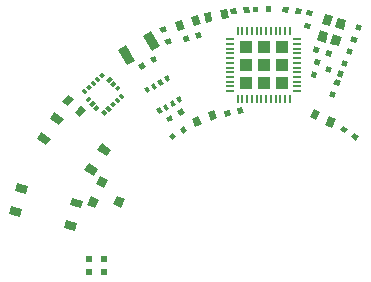
<source format=gtp>
G04 #@! TF.FileFunction,Paste,Top*
%FSLAX46Y46*%
G04 Gerber Fmt 4.6, Leading zero omitted, Abs format (unit mm)*
G04 Created by KiCad (PCBNEW 4.0.1-stable) date 2016 January 15, Friday 11:05:17*
%MOMM*%
G01*
G04 APERTURE LIST*
%ADD10C,0.020000*%
%ADD11R,0.480000X0.480000*%
%ADD12R,1.020000X1.020000*%
%ADD13R,0.660000X0.230000*%
%ADD14R,0.230000X0.660000*%
G04 APERTURE END LIST*
D10*
G36*
X28956737Y-11271017D02*
X29218163Y-10868455D01*
X29620725Y-11129881D01*
X29359299Y-11532443D01*
X28956737Y-11271017D01*
X28956737Y-11271017D01*
G37*
G36*
X29879275Y-11870119D02*
X30140701Y-11467557D01*
X30543263Y-11728983D01*
X30281837Y-12131545D01*
X29879275Y-11870119D01*
X29879275Y-11870119D01*
G37*
G36*
X15792777Y-10877832D02*
X16047138Y-11284895D01*
X15640075Y-11539256D01*
X15385714Y-11132193D01*
X15792777Y-10877832D01*
X15792777Y-10877832D01*
G37*
G36*
X14859925Y-11460744D02*
X15114286Y-11867807D01*
X14707223Y-12122168D01*
X14452862Y-11715105D01*
X14859925Y-11460744D01*
X14859925Y-11460744D01*
G37*
G36*
X27655558Y-6265330D02*
X27819728Y-5814278D01*
X28270780Y-5978448D01*
X28106610Y-6429500D01*
X27655558Y-6265330D01*
X27655558Y-6265330D01*
G37*
G36*
X28689220Y-6641552D02*
X28853390Y-6190500D01*
X29304442Y-6354670D01*
X29140272Y-6805722D01*
X28689220Y-6641552D01*
X28689220Y-6641552D01*
G37*
G36*
X17592605Y-2141735D02*
X17443774Y-1376066D01*
X18013117Y-1265397D01*
X18161948Y-2031066D01*
X17592605Y-2141735D01*
X17592605Y-2141735D01*
G37*
G36*
X18966883Y-1874603D02*
X18818052Y-1108934D01*
X19387395Y-998265D01*
X19536226Y-1763934D01*
X18966883Y-1874603D01*
X18966883Y-1874603D01*
G37*
G36*
X19723924Y-1437940D02*
X19682089Y-959767D01*
X20160262Y-917932D01*
X20202097Y-1396105D01*
X19723924Y-1437940D01*
X19723924Y-1437940D01*
G37*
G36*
X20819738Y-1342068D02*
X20777903Y-863895D01*
X21256076Y-822060D01*
X21297911Y-1300233D01*
X20819738Y-1342068D01*
X20819738Y-1342068D01*
G37*
G36*
X28579051Y-6926463D02*
X29027170Y-7098480D01*
X28855153Y-7546599D01*
X28407034Y-7374582D01*
X28579051Y-6926463D01*
X28579051Y-6926463D01*
G37*
G36*
X28184847Y-7953401D02*
X28632966Y-8125418D01*
X28460949Y-8573537D01*
X28012830Y-8401520D01*
X28184847Y-7953401D01*
X28184847Y-7953401D01*
G37*
G36*
X7479071Y-9537602D02*
X6977697Y-10135117D01*
X6533391Y-9762300D01*
X7034765Y-9164785D01*
X7479071Y-9537602D01*
X7479071Y-9537602D01*
G37*
G36*
X6406609Y-8637700D02*
X5905235Y-9235215D01*
X5460929Y-8862398D01*
X5962303Y-8264883D01*
X6406609Y-8637700D01*
X6406609Y-8637700D01*
G37*
G36*
X26197985Y-1059492D02*
X26669948Y-1146965D01*
X26582475Y-1618928D01*
X26110512Y-1531455D01*
X26197985Y-1059492D01*
X26197985Y-1059492D01*
G37*
G36*
X25997525Y-2141072D02*
X26469488Y-2228545D01*
X26382015Y-2700508D01*
X25910052Y-2613035D01*
X25997525Y-2141072D01*
X25997525Y-2141072D01*
G37*
G36*
X30406236Y-2237009D02*
X30852837Y-2412930D01*
X30676916Y-2859531D01*
X30230315Y-2683610D01*
X30406236Y-2237009D01*
X30406236Y-2237009D01*
G37*
G36*
X30003084Y-3260469D02*
X30449685Y-3436390D01*
X30273764Y-3882991D01*
X29827163Y-3707070D01*
X30003084Y-3260469D01*
X30003084Y-3260469D01*
G37*
G36*
X28305198Y-4572644D02*
X28180965Y-5036289D01*
X27717320Y-4912056D01*
X27841553Y-4448411D01*
X28305198Y-4572644D01*
X28305198Y-4572644D01*
G37*
G36*
X27242680Y-4287944D02*
X27118447Y-4751589D01*
X26654802Y-4627356D01*
X26779035Y-4163711D01*
X27242680Y-4287944D01*
X27242680Y-4287944D01*
G37*
G36*
X29626236Y-4257009D02*
X30072837Y-4432930D01*
X29896916Y-4879531D01*
X29450315Y-4703610D01*
X29626236Y-4257009D01*
X29626236Y-4257009D01*
G37*
G36*
X29223084Y-5280469D02*
X29669685Y-5456390D01*
X29493764Y-5902991D01*
X29047163Y-5727070D01*
X29223084Y-5280469D01*
X29223084Y-5280469D01*
G37*
G36*
X15764688Y-3830486D02*
X15624350Y-3371460D01*
X16083376Y-3231122D01*
X16223714Y-3690148D01*
X15764688Y-3830486D01*
X15764688Y-3830486D01*
G37*
G36*
X16816624Y-3508878D02*
X16676286Y-3049852D01*
X17135312Y-2909514D01*
X17275650Y-3368540D01*
X16816624Y-3508878D01*
X16816624Y-3508878D01*
G37*
G36*
X15257284Y-2852407D02*
X15029234Y-2106489D01*
X15583890Y-1936913D01*
X15811940Y-2682831D01*
X15257284Y-2852407D01*
X15257284Y-2852407D01*
G37*
G36*
X16596110Y-2443087D02*
X16368060Y-1697169D01*
X16922716Y-1527593D01*
X17150766Y-2273511D01*
X16596110Y-2443087D01*
X16596110Y-2443087D01*
G37*
G36*
X24079241Y-1286107D02*
X24129415Y-808737D01*
X24606785Y-858911D01*
X24556611Y-1336281D01*
X24079241Y-1286107D01*
X24079241Y-1286107D01*
G37*
G36*
X25173215Y-1401089D02*
X25223389Y-923719D01*
X25700759Y-973893D01*
X25650585Y-1451263D01*
X25173215Y-1401089D01*
X25173215Y-1401089D01*
G37*
G36*
X19257162Y-10109005D02*
X19157365Y-9639494D01*
X19626876Y-9539697D01*
X19726673Y-10009208D01*
X19257162Y-10109005D01*
X19257162Y-10109005D01*
G37*
G36*
X20333124Y-9880303D02*
X20233327Y-9410792D01*
X20702838Y-9310995D01*
X20802635Y-9780506D01*
X20333124Y-9880303D01*
X20333124Y-9880303D01*
G37*
D11*
X9000000Y-23300000D03*
X9000000Y-22200000D03*
X7750000Y-22200000D03*
X7750000Y-23300000D03*
D10*
G36*
X12135840Y-6152846D02*
X11895840Y-5737154D01*
X12311532Y-5497154D01*
X12551532Y-5912846D01*
X12135840Y-6152846D01*
X12135840Y-6152846D01*
G37*
G36*
X13088468Y-5602846D02*
X12848468Y-5187154D01*
X13264160Y-4947154D01*
X13504160Y-5362846D01*
X13088468Y-5602846D01*
X13088468Y-5602846D01*
G37*
G36*
X13660401Y-2626576D02*
X14102244Y-2439025D01*
X14289795Y-2880868D01*
X13847952Y-3068419D01*
X13660401Y-2626576D01*
X13660401Y-2626576D01*
G37*
G36*
X14090205Y-3639132D02*
X14532048Y-3451581D01*
X14719599Y-3893424D01*
X14277756Y-4080975D01*
X14090205Y-3639132D01*
X14090205Y-3639132D01*
G37*
G36*
X21564309Y-1273751D02*
X21555932Y-793824D01*
X22035859Y-785447D01*
X22044236Y-1265374D01*
X21564309Y-1273751D01*
X21564309Y-1273751D01*
G37*
G36*
X22664141Y-1254553D02*
X22655764Y-774626D01*
X23135691Y-766249D01*
X23144068Y-1246176D01*
X22664141Y-1254553D01*
X22664141Y-1254553D01*
G37*
G36*
X14435840Y-10602846D02*
X14195840Y-10187154D01*
X14611532Y-9947154D01*
X14851532Y-10362846D01*
X14435840Y-10602846D01*
X14435840Y-10602846D01*
G37*
G36*
X15388468Y-10052846D02*
X15148468Y-9637154D01*
X15564160Y-9397154D01*
X15804160Y-9812846D01*
X15388468Y-10052846D01*
X15388468Y-10052846D01*
G37*
G36*
X26927356Y-6865198D02*
X26463711Y-6740965D01*
X26587944Y-6277320D01*
X27051589Y-6401553D01*
X26927356Y-6865198D01*
X26927356Y-6865198D01*
G37*
G36*
X27212056Y-5802680D02*
X26748411Y-5678447D01*
X26872644Y-5214802D01*
X27336289Y-5339035D01*
X27212056Y-5802680D01*
X27212056Y-5802680D01*
G37*
G36*
X12906019Y-7975170D02*
X12620231Y-8140170D01*
X12380231Y-7724478D01*
X12666019Y-7559478D01*
X12906019Y-7975170D01*
X12906019Y-7975170D01*
G37*
G36*
X13468936Y-7650170D02*
X13183148Y-7815170D01*
X12943148Y-7399478D01*
X13228936Y-7234478D01*
X13468936Y-7650170D01*
X13468936Y-7650170D01*
G37*
G36*
X14031852Y-7325170D02*
X13746064Y-7490170D01*
X13506064Y-7074478D01*
X13791852Y-6909478D01*
X14031852Y-7325170D01*
X14031852Y-7325170D01*
G37*
G36*
X14594769Y-7000170D02*
X14308981Y-7165170D01*
X14068981Y-6749478D01*
X14354769Y-6584478D01*
X14594769Y-7000170D01*
X14594769Y-7000170D01*
G37*
G36*
X15619769Y-8775522D02*
X15333981Y-8940522D01*
X15093981Y-8524830D01*
X15379769Y-8359830D01*
X15619769Y-8775522D01*
X15619769Y-8775522D01*
G37*
G36*
X15056852Y-9100522D02*
X14771064Y-9265522D01*
X14531064Y-8849830D01*
X14816852Y-8684830D01*
X15056852Y-9100522D01*
X15056852Y-9100522D01*
G37*
G36*
X14493936Y-9425522D02*
X14208148Y-9590522D01*
X13968148Y-9174830D01*
X14253936Y-9009830D01*
X14493936Y-9425522D01*
X14493936Y-9425522D01*
G37*
G36*
X13931019Y-9750522D02*
X13645231Y-9915522D01*
X13405231Y-9499830D01*
X13691019Y-9334830D01*
X13931019Y-9750522D01*
X13931019Y-9750522D01*
G37*
G36*
X9271397Y-9792618D02*
X9030050Y-10017678D01*
X8736791Y-9703196D01*
X8978138Y-9478136D01*
X9271397Y-9792618D01*
X9271397Y-9792618D01*
G37*
G36*
X9637074Y-9451618D02*
X9395727Y-9676678D01*
X9102468Y-9362196D01*
X9343815Y-9137136D01*
X9637074Y-9451618D01*
X9637074Y-9451618D01*
G37*
G36*
X10002751Y-9110619D02*
X9761404Y-9335679D01*
X9468145Y-9021197D01*
X9709492Y-8796137D01*
X10002751Y-9110619D01*
X10002751Y-9110619D01*
G37*
G36*
X10368428Y-8769620D02*
X10127081Y-8994680D01*
X9833822Y-8680198D01*
X10075169Y-8455138D01*
X10368428Y-8769620D01*
X10368428Y-8769620D01*
G37*
G36*
X10734105Y-8428621D02*
X10492758Y-8653681D01*
X10199499Y-8339199D01*
X10440846Y-8114139D01*
X10734105Y-8428621D01*
X10734105Y-8428621D01*
G37*
G36*
X10181618Y-7432926D02*
X10406678Y-7674273D01*
X10092196Y-7967532D01*
X9867136Y-7726185D01*
X10181618Y-7432926D01*
X10181618Y-7432926D01*
G37*
G36*
X9840619Y-7067249D02*
X10065679Y-7308596D01*
X9751197Y-7601855D01*
X9526137Y-7360508D01*
X9840619Y-7067249D01*
X9840619Y-7067249D01*
G37*
G36*
X9499620Y-6701572D02*
X9724680Y-6942919D01*
X9410198Y-7236178D01*
X9185138Y-6994831D01*
X9499620Y-6701572D01*
X9499620Y-6701572D01*
G37*
G36*
X9063209Y-6636804D02*
X8821862Y-6861864D01*
X8528603Y-6547382D01*
X8769950Y-6322322D01*
X9063209Y-6636804D01*
X9063209Y-6636804D01*
G37*
G36*
X8697532Y-6977804D02*
X8456185Y-7202864D01*
X8162926Y-6888382D01*
X8404273Y-6663322D01*
X8697532Y-6977804D01*
X8697532Y-6977804D01*
G37*
G36*
X8331855Y-7318803D02*
X8090508Y-7543863D01*
X7797249Y-7229381D01*
X8038596Y-7004321D01*
X8331855Y-7318803D01*
X8331855Y-7318803D01*
G37*
G36*
X7966178Y-7659802D02*
X7724831Y-7884862D01*
X7431572Y-7570380D01*
X7672919Y-7345320D01*
X7966178Y-7659802D01*
X7966178Y-7659802D01*
G37*
G36*
X7600501Y-8000801D02*
X7359154Y-8225861D01*
X7065895Y-7911379D01*
X7307242Y-7686319D01*
X7600501Y-8000801D01*
X7600501Y-8000801D01*
G37*
G36*
X7707804Y-8372468D02*
X7932864Y-8613815D01*
X7618382Y-8907074D01*
X7393322Y-8665727D01*
X7707804Y-8372468D01*
X7707804Y-8372468D01*
G37*
G36*
X8048803Y-8738145D02*
X8273863Y-8979492D01*
X7959381Y-9272751D01*
X7734321Y-9031404D01*
X8048803Y-8738145D01*
X8048803Y-8738145D01*
G37*
G36*
X8389802Y-9103822D02*
X8614862Y-9345169D01*
X8300380Y-9638428D01*
X8075320Y-9397081D01*
X8389802Y-9103822D01*
X8389802Y-9103822D01*
G37*
G36*
X8614479Y-15120110D02*
X9327136Y-15437405D01*
X9009841Y-16150062D01*
X8297184Y-15832767D01*
X8614479Y-15120110D01*
X8614479Y-15120110D01*
G37*
G36*
X7841679Y-16855846D02*
X8554336Y-17173141D01*
X8237041Y-17885798D01*
X7524384Y-17568503D01*
X7841679Y-16855846D01*
X7841679Y-16855846D01*
G37*
G36*
X10054238Y-16801037D02*
X10766895Y-17118332D01*
X10449600Y-17830989D01*
X9736943Y-17513694D01*
X10054238Y-16801037D01*
X10054238Y-16801037D01*
G37*
G36*
X26415277Y-10174503D02*
X26744919Y-9467583D01*
X27270577Y-9712701D01*
X26940935Y-10419621D01*
X26415277Y-10174503D01*
X26415277Y-10174503D01*
G37*
G36*
X27729423Y-10787299D02*
X28059065Y-10080379D01*
X28584723Y-10325497D01*
X28255081Y-11032417D01*
X27729423Y-10787299D01*
X27729423Y-10787299D01*
G37*
G36*
X18294995Y-9508172D02*
X18587188Y-10231376D01*
X18049421Y-10448648D01*
X17757228Y-9725444D01*
X18294995Y-9508172D01*
X18294995Y-9508172D01*
G37*
G36*
X16950579Y-10051352D02*
X17242772Y-10774556D01*
X16705005Y-10991828D01*
X16412812Y-10268624D01*
X16950579Y-10051352D01*
X16950579Y-10051352D01*
G37*
G36*
X8401322Y-12936738D02*
X8771677Y-12366442D01*
X9593574Y-12900188D01*
X9223219Y-13470484D01*
X8401322Y-12936738D01*
X8401322Y-12936738D01*
G37*
G36*
X4375704Y-10322471D02*
X4746059Y-9752175D01*
X5567956Y-10285921D01*
X5197601Y-10856217D01*
X4375704Y-10322471D01*
X4375704Y-10322471D01*
G37*
G36*
X3286426Y-11999812D02*
X3656781Y-11429516D01*
X4478678Y-11963262D01*
X4108323Y-12533558D01*
X3286426Y-11999812D01*
X3286426Y-11999812D01*
G37*
G36*
X7312044Y-14614079D02*
X7682399Y-14043783D01*
X8504296Y-14577529D01*
X8133941Y-15147825D01*
X7312044Y-14614079D01*
X7312044Y-14614079D01*
G37*
G36*
X6085739Y-17626833D02*
X6261736Y-16970004D01*
X7208343Y-17223647D01*
X7032346Y-17880476D01*
X6085739Y-17626833D01*
X6085739Y-17626833D01*
G37*
G36*
X1449295Y-16384501D02*
X1625292Y-15727672D01*
X2571899Y-15981315D01*
X2395902Y-16638144D01*
X1449295Y-16384501D01*
X1449295Y-16384501D01*
G37*
G36*
X931657Y-18316353D02*
X1107654Y-17659524D01*
X2054261Y-17913167D01*
X1878264Y-18569996D01*
X931657Y-18316353D01*
X931657Y-18316353D01*
G37*
G36*
X5568101Y-19558685D02*
X5744098Y-18901856D01*
X6690705Y-19155499D01*
X6514708Y-19812328D01*
X5568101Y-19558685D01*
X5568101Y-19558685D01*
G37*
G36*
X12956980Y-2884141D02*
X13696980Y-4165859D01*
X13021480Y-4555859D01*
X12281480Y-3274141D01*
X12956980Y-2884141D01*
X12956980Y-2884141D01*
G37*
G36*
X10878520Y-4084141D02*
X11618520Y-5365859D01*
X10943020Y-5755859D01*
X10203020Y-4474141D01*
X10878520Y-4084141D01*
X10878520Y-4084141D01*
G37*
G36*
X27750764Y-3840323D02*
X27029818Y-3633595D01*
X27264110Y-2816523D01*
X27985056Y-3023251D01*
X27750764Y-3840323D01*
X27750764Y-3840323D01*
G37*
G36*
X28856215Y-4157306D02*
X28135269Y-3950578D01*
X28369561Y-3133506D01*
X29090507Y-3340234D01*
X28856215Y-4157306D01*
X28856215Y-4157306D01*
G37*
G36*
X29255890Y-2763477D02*
X28534944Y-2556749D01*
X28769236Y-1739677D01*
X29490182Y-1946405D01*
X29255890Y-2763477D01*
X29255890Y-2763477D01*
G37*
G36*
X28150439Y-2446494D02*
X27429493Y-2239766D01*
X27663785Y-1422694D01*
X28384731Y-1629422D01*
X28150439Y-2446494D01*
X28150439Y-2446494D01*
G37*
D12*
X22500000Y-7270000D03*
X24020000Y-5750000D03*
X20980000Y-5750000D03*
X22500000Y-5750000D03*
X22500000Y-4230000D03*
D13*
X19640000Y-3550000D03*
X19640000Y-3950000D03*
X19640000Y-4350000D03*
X19640000Y-4750000D03*
X19640000Y-5150000D03*
X19640000Y-5550000D03*
X19640000Y-5950000D03*
X19640000Y-6350000D03*
X19640000Y-6750000D03*
X19640000Y-7150000D03*
X19640000Y-7550000D03*
X19640000Y-7950000D03*
D14*
X20300000Y-8610000D03*
X20700000Y-8610000D03*
X21100000Y-8610000D03*
X21500000Y-8610000D03*
X21900000Y-8610000D03*
X22300000Y-8610000D03*
X22700000Y-8610000D03*
X23100000Y-8610000D03*
X23500000Y-8610000D03*
X23900000Y-8610000D03*
X24300000Y-8610000D03*
X24700000Y-8610000D03*
D13*
X25360000Y-7950000D03*
X25360000Y-7550000D03*
X25360000Y-7150000D03*
X25360000Y-6750000D03*
X25360000Y-6350000D03*
X25360000Y-5950000D03*
X25360000Y-5550000D03*
X25360000Y-5150000D03*
X25360000Y-4750000D03*
X25360000Y-4350000D03*
X25360000Y-3950000D03*
X25360000Y-3550000D03*
D14*
X24700000Y-2890000D03*
X24300000Y-2890000D03*
X23900000Y-2890000D03*
X23500000Y-2890000D03*
X23100000Y-2890000D03*
X22700000Y-2890000D03*
X22300000Y-2890000D03*
X21900000Y-2890000D03*
X21500000Y-2890000D03*
X21100000Y-2890000D03*
X20700000Y-2890000D03*
X20300000Y-2890000D03*
D12*
X20980000Y-4230000D03*
X24020000Y-4230000D03*
X24020000Y-7270000D03*
X20980000Y-7270000D03*
M02*

</source>
